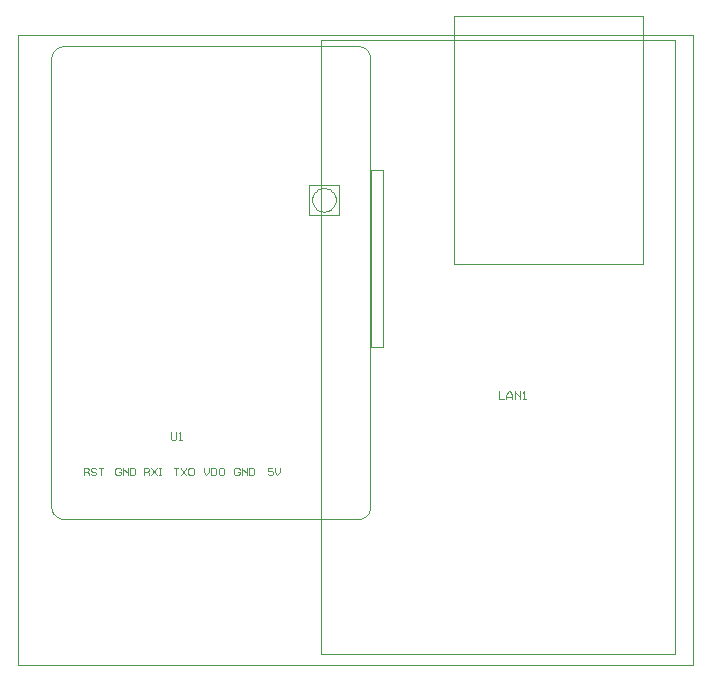
<source format=gto>
G75*
G71*
%OFA0B0*%
%FSLAX23Y23*%
%IPPOS*%
%LPD*%
%ADD10C,0.1*%
%ADD11C,0.111*%
%LPD*%D10*
X0Y0D02*
X0Y100D01*
X0Y200D01*
X0Y300D01*
X0Y400D01*
X0Y499D01*
X0Y599D01*
X0Y699D01*
X0Y799D01*
X0Y899D01*
X0Y999D01*
X0Y1099D01*
X0Y1199D01*
X0Y1299D01*
X0Y1398D01*
X0Y1498D01*
X0Y1598D01*
X0Y1698D01*
X0Y1798D01*
X0Y1898D01*
X0Y1998D01*
X0Y2098D01*
X0Y2198D01*
X0Y2297D01*
X0Y2397D01*
X0Y2497D01*
X0Y2597D01*
X0Y2697D01*
X0Y2797D01*
X0Y2897D01*
X0Y2997D01*
X0Y3097D01*
X0Y3196D01*
X0Y3296D01*
X0Y3396D01*
X0Y3496D01*
X0Y3596D01*
X0Y3696D01*
X0Y3796D01*
X0Y3896D01*
X0Y3995D01*
X0Y4095D01*
X0Y4195D01*
X0Y4295D01*
X0Y4395D01*
X0Y4495D01*
X0Y4595D01*
X0Y4695D01*
X0Y4795D01*
X0Y4894D01*
X0Y4994D01*
X0Y5094D01*
X0Y5194D01*
X0Y5294D01*
X0Y5394D01*
X0Y5494D01*
X0Y5594D01*
X0Y5694D01*
X0Y5793D01*
X0Y5893D01*
X0Y5993D01*
X0Y6093D01*
X0Y6193D01*
X0Y6293D01*
X0Y6393D01*
X0Y6493D01*
X0Y6593D01*
X0Y6692D01*
X0Y6792D01*
X0Y6892D01*
X0Y6992D01*
X0Y7092D01*
X0Y7192D01*
X0Y7292D01*
X0Y7392D01*
X0Y7492D01*
X0Y7591D01*
X0Y7691D01*
X0Y7791D01*
X0Y7891D01*
X0Y7991D01*
X0Y8091D01*
X0Y8191D01*
X0Y8291D01*
X0Y8391D01*
X0Y8490D01*
X0Y8590D01*
X0Y8690D01*
X0Y8790D01*
X0Y8890D01*
X0Y8990D01*
X0Y9090D01*
X0Y9190D01*
X0Y9290D01*
X0Y9389D01*
X0Y9489D01*
X0Y9589D01*
X0Y9689D01*
X0Y9789D01*
X0Y9889D01*
X0Y9989D01*
X0Y10089D01*
X0Y10188D01*
X0Y10288D01*
X0Y10388D01*
X0Y10488D01*
X0Y10588D01*
X0Y10688D01*
X0Y10788D01*
X0Y10888D01*
X0Y10988D01*
X0Y11087D01*
X0Y11187D01*
X0Y11287D01*
X0Y11387D01*
X0Y11487D01*
X0Y11587D01*
X0Y11687D01*
X0Y11787D01*
X0Y11887D01*
X0Y11986D01*
X0Y12086D01*
X0Y12186D01*
X0Y12286D01*
X0Y12386D01*
X0Y12486D01*
X0Y12586D01*
X0Y12686D01*
X0Y12786D01*
X0Y12885D01*
X0Y12985D01*
X0Y13085D01*
X0Y13185D01*
X0Y13285D01*
X0Y13385D01*
X0Y13485D01*
X0Y13585D01*
X0Y13685D01*
X0Y13784D01*
X0Y13884D01*
X0Y13984D01*
X0Y14084D01*
X0Y14184D01*
X0Y14284D01*
X0Y14384D01*
X0Y14484D01*
X0Y14584D01*
X0Y14683D01*
X0Y14783D01*
X0Y14883D01*
X0Y14983D01*
X0Y15083D01*
X0Y15183D01*
X0Y15283D01*
X0Y15383D01*
X0Y15483D01*
X0Y15582D01*
X0Y15682D01*
X0Y15782D01*
X0Y15882D01*
X0Y15982D01*
X0Y16082D01*
X0Y16182D01*
X0Y16282D01*
X0Y16381D01*
X0Y16481D01*
X0Y16581D01*
X0Y16681D01*
X0Y16781D01*
X0Y16881D01*
X0Y16981D01*
X0Y17081D01*
X0Y17181D01*
X0Y17280D01*
X0Y17380D01*
X0Y17480D01*
X0Y17580D01*
X0Y17680D01*
X0Y17780D01*
X0Y17880D01*
X0Y17980D01*
X0Y18080D01*
X0Y18179D01*
X0Y18279D01*
X0Y18379D01*
X0Y18479D01*
X0Y18579D01*
X0Y18679D01*
X0Y18779D01*
X0Y18879D01*
X0Y18979D01*
X0Y19078D01*
X0Y19178D01*
X0Y19278D01*
X0Y19378D01*
X0Y19478D01*
X0Y19578D01*
X0Y19678D01*
X0Y19778D01*
X0Y19878D01*
X0Y19977D01*
X0Y20077D01*
X0Y20177D01*
X0Y20277D01*
X0Y20377D01*
X0Y20477D01*
X0Y20577D01*
X0Y20677D01*
X0Y20777D01*
X0Y20876D01*
X0Y20976D01*
X0Y21076D01*
X0Y21176D01*
X0Y21276D01*
X0Y21376D01*
X0Y21476D01*
X0Y21576D01*
X0Y21676D01*
X0Y21775D01*
X0Y21875D01*
X0Y21975D01*
X0Y22075D01*
X0Y22175D01*
X0Y22275D01*
X0Y22375D01*
X0Y22475D01*
X0Y22575D01*
X0Y22674D01*
X0Y22774D01*
X0Y22874D01*
X0Y22974D01*
X0Y23074D01*
X0Y23174D01*
X0Y23274D01*
X0Y23374D01*
X0Y23473D01*
X0Y23573D01*
X0Y23673D01*
X0Y23773D01*
X0Y23873D01*
X0Y23973D01*
X0Y24073D01*
X0Y24173D01*
X0Y24273D01*
X0Y24372D01*
X0Y24472D01*
X0Y24572D01*
X0Y24672D01*
X0Y24772D01*
X0Y24872D01*
X0Y24972D01*
X0Y25072D01*
X0Y25172D01*
X0Y25271D01*
X0Y25371D01*
X0Y25471D01*
X0Y25571D01*
X0Y25671D01*
X0Y25771D01*
X0Y25871D01*
X0Y25971D01*
X0Y26071D01*
X0Y26170D01*
X0Y26270D01*
X0Y26370D01*
X0Y26470D01*
X0Y26570D01*
X0Y26670D01*
X0Y26770D01*
X0Y26870D01*
X0Y26970D01*
X0Y27069D01*
X0Y27169D01*
X0Y27269D01*
X0Y27369D01*
X0Y27469D01*
X0Y27569D01*
X0Y27669D01*
X0Y27769D01*
X0Y27869D01*
X0Y27968D01*
X0Y28068D01*
X0Y28168D01*
X0Y28268D01*
X0Y28368D01*
X0Y28468D01*
X0Y28568D01*
X0Y28668D01*
X0Y28768D01*
X0Y28867D01*
X0Y28967D01*
X0Y29067D01*
X0Y29167D01*
X0Y29267D01*
X0Y29367D01*
X0Y29467D01*
X0Y29567D01*
X0Y29667D01*
X0Y29766D01*
X0Y29866D01*
X0Y29966D01*
X0Y30066D01*
X0Y30166D01*
X0Y30266D01*
X0Y30366D01*
X0Y30466D01*
X0Y30565D01*
X0Y30665D01*
X0Y30765D01*
X0Y30865D01*
X0Y30965D01*
X0Y31065D01*
X0Y31165D01*
X0Y31265D01*
X0Y31365D01*
X0Y31464D01*
X0Y31564D01*
X0Y31664D01*
X0Y31764D01*
X0Y31864D01*
X0Y31964D01*
X0Y32064D01*
X0Y32164D01*
X0Y32264D01*
X0Y32363D01*
X0Y32463D01*
X0Y32563D01*
X0Y32663D01*
X0Y32763D01*
X0Y32863D01*
X0Y32963D01*
X0Y33063D01*
X0Y33163D01*
X0Y33262D01*
X0Y33362D01*
X0Y33462D01*
X0Y33562D01*
X0Y33662D01*
X0Y33762D01*
X0Y33862D01*
X0Y33962D01*
X0Y34062D01*
X0Y34161D01*
X0Y34261D01*
X0Y34361D01*
X0Y34461D01*
X0Y34561D01*
X0Y34661D01*
X0Y34761D01*
X0Y34861D01*
X0Y34961D01*
X0Y35060D01*
X0Y35160D01*
X0Y35260D01*
X0Y35360D01*
X0Y35460D01*
X0Y35560D01*
X0Y35660D01*
X0Y35760D01*
X0Y35860D01*
X0Y35959D01*
X0Y36059D01*
X0Y36159D01*
X0Y36259D01*
X0Y36359D01*
X0Y36459D01*
X0Y36559D01*
X0Y36659D01*
X0Y36759D01*
X0Y36858D01*
X0Y36958D01*
X0Y37058D01*
X0Y37158D01*
X0Y37258D01*
X0Y37358D01*
X0Y37458D01*
X0Y37558D01*
X0Y37658D01*
X0Y37757D01*
X0Y37857D01*
X0Y37957D01*
X0Y38057D01*
X0Y38157D01*
X0Y38257D01*
X0Y38357D01*
X0Y38457D01*
X0Y38556D01*
X0Y38656D01*
X0Y38756D01*
X0Y38856D01*
X0Y38956D01*
X0Y39056D01*
X0Y39156D01*
X0Y39256D01*
X0Y39356D01*
X0Y39455D01*
X0Y39555D01*
X0Y39655D01*
X0Y39755D01*
X0Y39855D01*
X0Y39955D01*
X0Y40055D01*
X0Y40155D01*
X0Y40255D01*
X0Y40354D01*
X0Y40454D01*
X0Y40554D01*
X0Y40654D01*
X0Y40754D01*
X0Y40854D01*
X0Y40954D01*
X0Y41054D01*
X0Y41154D01*
X0Y41253D01*
X0Y41353D01*
X0Y41453D01*
X0Y41553D01*
X0Y41653D01*
X0Y41753D01*
X0Y41853D01*
X0Y41953D01*
X0Y42053D01*
X0Y42152D01*
X0Y42252D01*
X0Y42352D01*
X0Y42452D01*
X0Y42552D01*
X0Y42652D01*
X0Y42752D01*
X0Y42852D01*
X0Y42952D01*
X0Y43051D01*
X0Y43151D01*
X0Y43251D01*
X0Y43351D01*
X0Y43451D01*
X0Y43551D01*
X0Y43651D01*
X0Y43751D01*
X0Y43851D01*
X0Y43950D01*
X0Y44050D01*
X0Y44150D01*
X0Y44250D01*
X0Y44350D01*
X0Y44450D01*
X0Y44550D01*
X0Y44650D01*
X0Y44750D01*
X0Y44849D01*
X0Y44949D01*
X0Y45049D01*
X0Y45149D01*
X0Y45249D01*
X0Y45349D01*
X0Y45449D01*
X0Y45549D01*
X0Y45649D01*
X0Y45748D01*
X0Y45848D01*
X0Y45948D01*
X0Y46048D01*
X0Y46148D01*
X0Y46248D01*
X0Y46348D01*
X0Y46448D01*
X0Y46548D01*
X0Y46647D01*
X0Y46747D01*
X0Y46847D01*
X0Y46947D01*
X0Y47047D01*
X0Y47147D01*
X0Y47247D01*
X0Y47347D01*
X0Y47447D01*
X0Y47546D01*
X0Y47646D01*
X0Y47746D01*
X0Y47846D01*
X0Y47946D01*
X0Y48046D01*
X0Y48146D01*
X0Y48246D01*
X0Y48346D01*
X0Y48445D01*
X0Y48545D01*
X0Y48645D01*
X0Y48745D01*
X0Y48845D01*
X0Y48945D01*
X0Y49045D01*
X0Y49145D01*
X0Y49244D01*
X0Y49344D01*
X0Y49444D01*
X0Y49544D01*
X0Y49644D01*
X0Y49744D01*
X0Y49844D01*
X0Y49944D01*
X0Y50044D01*
X0Y50143D01*
X0Y50243D01*
X0Y50343D01*
X0Y50443D01*
X0Y50543D01*
X0Y50643D01*
X0Y50743D01*
X0Y50843D01*
X0Y50943D01*
X0Y51043D01*
X0Y51142D01*
X0Y51242D01*
X0Y51342D01*
X0Y51442D01*
X0Y51542D01*
X0Y51642D01*
X0Y51742D01*
X0Y51842D01*
X0Y51942D01*
X0Y52041D01*
X0Y52141D01*
X0Y52241D01*
X0Y52341D01*
X0Y52441D01*
X0Y52541D01*
X0Y52641D01*
X0Y52741D01*
X0Y52841D01*
X0Y52940D01*
X0Y53040D01*
X0Y53140D01*
X0Y53240D01*
X0Y53340D01*
X100Y53340D01*
X200Y53340D01*
X300Y53340D01*
X400Y53340D01*
X500Y53340D01*
X599Y53340D01*
X699Y53340D01*
X799Y53340D01*
X899Y53340D01*
X999Y53340D01*
X1099Y53340D01*
X1199Y53340D01*
X1299Y53340D01*
X1399Y53340D01*
X1499Y53340D01*
X1599Y53340D01*
X1699Y53340D01*
X1798Y53340D01*
X1898Y53340D01*
X1998Y53340D01*
X2098Y53340D01*
X2198Y53340D01*
X2298Y53340D01*
X2398Y53340D01*
X2498Y53340D01*
X2598Y53340D01*
X2698Y53340D01*
X2798Y53340D01*
X2897Y53340D01*
X2997Y53340D01*
X3097Y53340D01*
X3197Y53340D01*
X3297Y53340D01*
X3397Y53340D01*
X3497Y53340D01*
X3597Y53340D01*
X3697Y53340D01*
X3797Y53340D01*
X3897Y53340D01*
X3996Y53340D01*
X4096Y53340D01*
X4196Y53340D01*
X4296Y53340D01*
X4396Y53340D01*
X4496Y53340D01*
X4596Y53340D01*
X4696Y53340D01*
X4796Y53340D01*
X4896Y53340D01*
X4996Y53340D01*
X5096Y53340D01*
X5195Y53340D01*
X5295Y53340D01*
X5395Y53340D01*
X5495Y53340D01*
X5595Y53340D01*
X5695Y53340D01*
X5795Y53340D01*
X5895Y53340D01*
X5995Y53340D01*
X6095Y53340D01*
X6195Y53340D01*
X6294Y53340D01*
X6394Y53340D01*
X6494Y53340D01*
X6594Y53340D01*
X6694Y53340D01*
X6794Y53340D01*
X6894Y53340D01*
X6994Y53340D01*
X7094Y53340D01*
X7194Y53340D01*
X7294Y53340D01*
X7393Y53340D01*
X7493Y53340D01*
X7593Y53340D01*
X7693Y53340D01*
X7793Y53340D01*
X7893Y53340D01*
X7993Y53340D01*
X8093Y53340D01*
X8193Y53340D01*
X8293Y53340D01*
X8393Y53340D01*
X8493Y53340D01*
X8592Y53340D01*
X8692Y53340D01*
X8792Y53340D01*
X8892Y53340D01*
X8992Y53340D01*
X9092Y53340D01*
X9192Y53340D01*
X9292Y53340D01*
X9392Y53340D01*
X9492Y53340D01*
X9592Y53340D01*
X9691Y53340D01*
X9791Y53340D01*
X9891Y53340D01*
X9991Y53340D01*
X10091Y53340D01*
X10191Y53340D01*
X10291Y53340D01*
X10391Y53340D01*
X10491Y53340D01*
X10591Y53340D01*
X10691Y53340D01*
X10791Y53340D01*
X10890Y53340D01*
X10990Y53340D01*
X11090Y53340D01*
X11190Y53340D01*
X11290Y53340D01*
X11390Y53340D01*
X11490Y53340D01*
X11590Y53340D01*
X11690Y53340D01*
X11790Y53340D01*
X11890Y53340D01*
X11989Y53340D01*
X12089Y53340D01*
X12189Y53340D01*
X12289Y53340D01*
X12389Y53340D01*
X12489Y53340D01*
X12589Y53340D01*
X12689Y53340D01*
X12789Y53340D01*
X12889Y53340D01*
X12989Y53340D01*
X13088Y53340D01*
X13188Y53340D01*
X13288Y53340D01*
X13388Y53340D01*
X13488Y53340D01*
X13588Y53340D01*
X13688Y53340D01*
X13788Y53340D01*
X13888Y53340D01*
X13988Y53340D01*
X14088Y53340D01*
X14188Y53340D01*
X14287Y53340D01*
X14387Y53340D01*
X14487Y53340D01*
X14587Y53340D01*
X14687Y53340D01*
X14787Y53340D01*
X14887Y53340D01*
X14987Y53340D01*
X15087Y53340D01*
X15187Y53340D01*
X15287Y53340D01*
X15386Y53340D01*
X15486Y53340D01*
X15586Y53340D01*
X15686Y53340D01*
X15786Y53340D01*
X15886Y53340D01*
X15986Y53340D01*
X16086Y53340D01*
X16186Y53340D01*
X16286Y53340D01*
X16386Y53340D01*
X16485Y53340D01*
X16585Y53340D01*
X16685Y53340D01*
X16785Y53340D01*
X16885Y53340D01*
X16985Y53340D01*
X17085Y53340D01*
X17185Y53340D01*
X17285Y53340D01*
X17385Y53340D01*
X17485Y53340D01*
X17585Y53340D01*
X17684Y53340D01*
X17784Y53340D01*
X17884Y53340D01*
X17984Y53340D01*
X18084Y53340D01*
X18184Y53340D01*
X18284Y53340D01*
X18384Y53340D01*
X18484Y53340D01*
X18584Y53340D01*
X18684Y53340D01*
X18783Y53340D01*
X18883Y53340D01*
X18983Y53340D01*
X19083Y53340D01*
X19183Y53340D01*
X19283Y53340D01*
X19383Y53340D01*
X19483Y53340D01*
X19583Y53340D01*
X19683Y53340D01*
X19783Y53340D01*
X19883Y53340D01*
X19982Y53340D01*
X20082Y53340D01*
X20182Y53340D01*
X20282Y53340D01*
X20382Y53340D01*
X20482Y53340D01*
X20582Y53340D01*
X20682Y53340D01*
X20782Y53340D01*
X20882Y53340D01*
X20982Y53340D01*
X21081Y53340D01*
X21181Y53340D01*
X21281Y53340D01*
X21381Y53340D01*
X21481Y53340D01*
X21581Y53340D01*
X21681Y53340D01*
X21781Y53340D01*
X21881Y53340D01*
X21981Y53340D01*
X22081Y53340D01*
X22180Y53340D01*
X22280Y53340D01*
X22380Y53340D01*
X22480Y53340D01*
X22580Y53340D01*
X22680Y53340D01*
X22780Y53340D01*
X22880Y53340D01*
X22980Y53340D01*
X23080Y53340D01*
X23180Y53340D01*
X23280Y53340D01*
X23379Y53340D01*
X23479Y53340D01*
X23579Y53340D01*
X23679Y53340D01*
X23779Y53340D01*
X23879Y53340D01*
X23979Y53340D01*
X24079Y53340D01*
X24179Y53340D01*
X24279Y53340D01*
X24379Y53340D01*
X24478Y53340D01*
X24578Y53340D01*
X24678Y53340D01*
X24778Y53340D01*
X24878Y53340D01*
X24978Y53340D01*
X25078Y53340D01*
X25178Y53340D01*
X25278Y53340D01*
X25378Y53340D01*
X25478Y53340D01*
X25578Y53340D01*
X25677Y53340D01*
X25777Y53340D01*
X25877Y53340D01*
X25977Y53340D01*
X26077Y53340D01*
X26177Y53340D01*
X26277Y53340D01*
X26377Y53340D01*
X26477Y53340D01*
X26577Y53340D01*
X26677Y53340D01*
X26776Y53340D01*
X26876Y53340D01*
X26976Y53340D01*
X27076Y53340D01*
X27176Y53340D01*
X27276Y53340D01*
X27376Y53340D01*
X27476Y53340D01*
X27576Y53340D01*
X27676Y53340D01*
X27776Y53340D01*
X27875Y53340D01*
X27975Y53340D01*
X28075Y53340D01*
X28175Y53340D01*
X28275Y53340D01*
X28375Y53340D01*
X28475Y53340D01*
X28575Y53340D01*
X28675Y53340D01*
X28775Y53340D01*
X28875Y53340D01*
X28975Y53340D01*
X29074Y53340D01*
X29174Y53340D01*
X29274Y53340D01*
X29374Y53340D01*
X29474Y53340D01*
X29574Y53340D01*
X29674Y53340D01*
X29774Y53340D01*
X29874Y53340D01*
X29974Y53340D01*
X30074Y53340D01*
X30173Y53340D01*
X30273Y53340D01*
X30373Y53340D01*
X30473Y53340D01*
X30573Y53340D01*
X30673Y53340D01*
X30773Y53340D01*
X30873Y53340D01*
X30973Y53340D01*
X31073Y53340D01*
X31173Y53340D01*
X31273Y53340D01*
X31372Y53340D01*
X31472Y53340D01*
X31572Y53340D01*
X31672Y53340D01*
X31772Y53340D01*
X31872Y53340D01*
X31972Y53340D01*
X32072Y53340D01*
X32172Y53340D01*
X32272Y53340D01*
X32372Y53340D01*
X32471Y53340D01*
X32571Y53340D01*
X32671Y53340D01*
X32771Y53340D01*
X32871Y53340D01*
X32971Y53340D01*
X33071Y53340D01*
X33171Y53340D01*
X33271Y53340D01*
X33371Y53340D01*
X33471Y53340D01*
X33571Y53340D01*
X33670Y53340D01*
X33770Y53340D01*
X33870Y53340D01*
X33970Y53340D01*
X34070Y53340D01*
X34170Y53340D01*
X34270Y53340D01*
X34370Y53340D01*
X34470Y53340D01*
X34570Y53340D01*
X34670Y53340D01*
X34769Y53340D01*
X34869Y53340D01*
X34969Y53340D01*
X35069Y53340D01*
X35169Y53340D01*
X35269Y53340D01*
X35369Y53340D01*
X35469Y53340D01*
X35569Y53340D01*
X35669Y53340D01*
X35769Y53340D01*
X35868Y53340D01*
X35968Y53340D01*
X36068Y53340D01*
X36168Y53340D01*
X36268Y53340D01*
X36368Y53340D01*
X36468Y53340D01*
X36568Y53340D01*
X36668Y53340D01*
X36768Y53340D01*
X36868Y53340D01*
X36968Y53340D01*
X37067Y53340D01*
X37167Y53340D01*
X37267Y53340D01*
X37367Y53340D01*
X37467Y53340D01*
X37567Y53340D01*
X37667Y53340D01*
X37767Y53340D01*
X37867Y53340D01*
X37967Y53340D01*
X38067Y53340D01*
X38166Y53340D01*
X38266Y53340D01*
X38366Y53340D01*
X38466Y53340D01*
X38566Y53340D01*
X38666Y53340D01*
X38766Y53340D01*
X38866Y53340D01*
X38966Y53340D01*
X39066Y53340D01*
X39166Y53340D01*
X39265Y53340D01*
X39365Y53340D01*
X39465Y53340D01*
X39565Y53340D01*
X39665Y53340D01*
X39765Y53340D01*
X39865Y53340D01*
X39965Y53340D01*
X40065Y53340D01*
X40165Y53340D01*
X40265Y53340D01*
X40365Y53340D01*
X40464Y53340D01*
X40564Y53340D01*
X40664Y53340D01*
X40764Y53340D01*
X40864Y53340D01*
X40964Y53340D01*
X41064Y53340D01*
X41164Y53340D01*
X41264Y53340D01*
X41364Y53340D01*
X41464Y53340D01*
X41563Y53340D01*
X41663Y53340D01*
X41763Y53340D01*
X41863Y53340D01*
X41963Y53340D01*
X42063Y53340D01*
X42163Y53340D01*
X42263Y53340D01*
X42363Y53340D01*
X42463Y53340D01*
X42563Y53340D01*
X42663Y53340D01*
X42762Y53340D01*
X42862Y53340D01*
X42962Y53340D01*
X43062Y53340D01*
X43162Y53340D01*
X43262Y53340D01*
X43362Y53340D01*
X43462Y53340D01*
X43562Y53340D01*
X43662Y53340D01*
X43762Y53340D01*
X43861Y53340D01*
X43961Y53340D01*
X44061Y53340D01*
X44161Y53340D01*
X44261Y53340D01*
X44361Y53340D01*
X44461Y53340D01*
X44561Y53340D01*
X44661Y53340D01*
X44761Y53340D01*
X44861Y53340D01*
X44961Y53340D01*
X45060Y53340D01*
X45160Y53340D01*
X45260Y53340D01*
X45360Y53340D01*
X45460Y53340D01*
X45560Y53340D01*
X45660Y53340D01*
X45760Y53340D01*
X45860Y53340D01*
X45960Y53340D01*
X46060Y53340D01*
X46159Y53340D01*
X46259Y53340D01*
X46359Y53340D01*
X46459Y53340D01*
X46559Y53340D01*
X46659Y53340D01*
X46759Y53340D01*
X46859Y53340D01*
X46959Y53340D01*
X47059Y53340D01*
X47159Y53340D01*
X47259Y53340D01*
X47358Y53340D01*
X47458Y53340D01*
X47558Y53340D01*
X47658Y53340D01*
X47758Y53340D01*
X47858Y53340D01*
X47958Y53340D01*
X48058Y53340D01*
X48158Y53340D01*
X48258Y53340D01*
X48358Y53340D01*
X48457Y53340D01*
X48557Y53340D01*
X48657Y53340D01*
X48757Y53340D01*
X48857Y53340D01*
X48957Y53340D01*
X49057Y53340D01*
X49157Y53340D01*
X49257Y53340D01*
X49357Y53340D01*
X49457Y53340D01*
X49557Y53340D01*
X49656Y53340D01*
X49756Y53340D01*
X49856Y53340D01*
X49956Y53340D01*
X50056Y53340D01*
X50156Y53340D01*
X50256Y53340D01*
X50356Y53340D01*
X50456Y53340D01*
X50556Y53340D01*
X50656Y53340D01*
X50755Y53340D01*
X50855Y53340D01*
X50955Y53340D01*
X51055Y53340D01*
X51155Y53340D01*
X51255Y53340D01*
X51355Y53340D01*
X51455Y53340D01*
X51555Y53340D01*
X51655Y53340D01*
X51755Y53340D01*
X51855Y53340D01*
X51954Y53340D01*
X52054Y53340D01*
X52154Y53340D01*
X52254Y53340D01*
X52354Y53340D01*
X52454Y53340D01*
X52554Y53340D01*
X52654Y53340D01*
X52754Y53340D01*
X52854Y53340D01*
X52954Y53340D01*
X53053Y53340D01*
X53153Y53340D01*
X53253Y53340D01*
X53353Y53340D01*
X53453Y53340D01*
X53553Y53340D01*
X53653Y53340D01*
X53753Y53340D01*
X53853Y53340D01*
X53953Y53340D01*
X54053Y53340D01*
X54153Y53340D01*
X54252Y53340D01*
X54352Y53340D01*
X54452Y53340D01*
X54552Y53340D01*
X54652Y53340D01*
X54752Y53340D01*
X54852Y53340D01*
X54952Y53340D01*
X55052Y53340D01*
X55152Y53340D01*
X55252Y53340D01*
X55351Y53340D01*
X55451Y53340D01*
X55551Y53340D01*
X55651Y53340D01*
X55751Y53340D01*
X55851Y53340D01*
X55951Y53340D01*
X56051Y53340D01*
X56151Y53340D01*
X56251Y53340D01*
X56351Y53340D01*
X56451Y53340D01*
X56550Y53340D01*
X56650Y53340D01*
X56750Y53340D01*
X56850Y53340D01*
X56950Y53340D01*
X57050Y53340D01*
X57150Y53340D01*
X57150Y53240D01*
X57150Y53140D01*
X57150Y53040D01*
X57150Y52940D01*
X57150Y52841D01*
X57150Y52741D01*
X57150Y52641D01*
X57150Y52541D01*
X57150Y52441D01*
X57150Y52341D01*
X57150Y52241D01*
X57150Y52141D01*
X57150Y52041D01*
X57150Y51942D01*
X57150Y51842D01*
X57150Y51742D01*
X57150Y51642D01*
X57150Y51542D01*
X57150Y51442D01*
X57150Y51342D01*
X57150Y51242D01*
X57150Y51142D01*
X57150Y51043D01*
X57150Y50943D01*
X57150Y50843D01*
X57150Y50743D01*
X57150Y50643D01*
X57150Y50543D01*
X57150Y50443D01*
X57150Y50343D01*
X57150Y50243D01*
X57150Y50144D01*
X57150Y50044D01*
X57150Y49944D01*
X57150Y49844D01*
X57150Y49744D01*
X57150Y49644D01*
X57150Y49544D01*
X57150Y49444D01*
X57150Y49345D01*
X57150Y49245D01*
X57150Y49145D01*
X57150Y49045D01*
X57150Y48945D01*
X57150Y48845D01*
X57150Y48745D01*
X57150Y48645D01*
X57150Y48545D01*
X57150Y48446D01*
X57150Y48346D01*
X57150Y48246D01*
X57150Y48146D01*
X57150Y48046D01*
X57150Y47946D01*
X57150Y47846D01*
X57150Y47746D01*
X57150Y47646D01*
X57150Y47547D01*
X57150Y47447D01*
X57150Y47347D01*
X57150Y47247D01*
X57150Y47147D01*
X57150Y47047D01*
X57150Y46947D01*
X57150Y46847D01*
X57150Y46747D01*
X57150Y46648D01*
X57150Y46548D01*
X57150Y46448D01*
X57150Y46348D01*
X57150Y46248D01*
X57150Y46148D01*
X57150Y46048D01*
X57150Y45948D01*
X57150Y45848D01*
X57150Y45749D01*
X57150Y45649D01*
X57150Y45549D01*
X57150Y45449D01*
X57150Y45349D01*
X57150Y45249D01*
X57150Y45149D01*
X57150Y45049D01*
X57150Y44949D01*
X57150Y44850D01*
X57150Y44750D01*
X57150Y44650D01*
X57150Y44550D01*
X57150Y44450D01*
X57150Y44350D01*
X57150Y44250D01*
X57150Y44150D01*
X57150Y44050D01*
X57150Y43951D01*
X57150Y43851D01*
X57150Y43751D01*
X57150Y43651D01*
X57150Y43551D01*
X57150Y43451D01*
X57150Y43351D01*
X57150Y43251D01*
X57150Y43152D01*
X57150Y43052D01*
X57150Y42952D01*
X57150Y42852D01*
X57150Y42752D01*
X57150Y42652D01*
X57150Y42552D01*
X57150Y42452D01*
X57150Y42352D01*
X57150Y42253D01*
X57150Y42153D01*
X57150Y42053D01*
X57150Y41953D01*
X57150Y41853D01*
X57150Y41753D01*
X57150Y41653D01*
X57150Y41553D01*
X57150Y41453D01*
X57150Y41354D01*
X57150Y41254D01*
X57150Y41154D01*
X57150Y41054D01*
X57150Y40954D01*
X57150Y40854D01*
X57150Y40754D01*
X57150Y40654D01*
X57150Y40554D01*
X57150Y40455D01*
X57150Y40355D01*
X57150Y40255D01*
X57150Y40155D01*
X57150Y40055D01*
X57150Y39955D01*
X57150Y39855D01*
X57150Y39755D01*
X57150Y39655D01*
X57150Y39556D01*
X57150Y39456D01*
X57150Y39356D01*
X57150Y39256D01*
X57150Y39156D01*
X57150Y39056D01*
X57150Y38956D01*
X57150Y38856D01*
X57150Y38756D01*
X57150Y38657D01*
X57150Y38557D01*
X57150Y38457D01*
X57150Y38357D01*
X57150Y38257D01*
X57150Y38157D01*
X57150Y38057D01*
X57150Y37957D01*
X57150Y37857D01*
X57150Y37758D01*
X57150Y37658D01*
X57150Y37558D01*
X57150Y37458D01*
X57150Y37358D01*
X57150Y37258D01*
X57150Y37158D01*
X57150Y37058D01*
X57150Y36959D01*
X57150Y36859D01*
X57150Y36759D01*
X57150Y36659D01*
X57150Y36559D01*
X57150Y36459D01*
X57150Y36359D01*
X57150Y36259D01*
X57150Y36159D01*
X57150Y36060D01*
X57150Y35960D01*
X57150Y35860D01*
X57150Y35760D01*
X57150Y35660D01*
X57150Y35560D01*
X57150Y35460D01*
X57150Y35360D01*
X57150Y35260D01*
X57150Y35161D01*
X57150Y35061D01*
X57150Y34961D01*
X57150Y34861D01*
X57150Y34761D01*
X57150Y34661D01*
X57150Y34561D01*
X57150Y34461D01*
X57150Y34361D01*
X57150Y34262D01*
X57150Y34162D01*
X57150Y34062D01*
X57150Y33962D01*
X57150Y33862D01*
X57150Y33762D01*
X57150Y33662D01*
X57150Y33562D01*
X57150Y33462D01*
X57150Y33363D01*
X57150Y33263D01*
X57150Y33163D01*
X57150Y33063D01*
X57150Y32963D01*
X57150Y32863D01*
X57150Y32763D01*
X57150Y32663D01*
X57150Y32563D01*
X57150Y32464D01*
X57150Y32364D01*
X57150Y32264D01*
X57150Y32164D01*
X57150Y32064D01*
X57150Y31964D01*
X57150Y31864D01*
X57150Y31764D01*
X57150Y31664D01*
X57150Y31565D01*
X57150Y31465D01*
X57150Y31365D01*
X57150Y31265D01*
X57150Y31165D01*
X57150Y31065D01*
X57150Y30965D01*
X57150Y30865D01*
X57150Y30765D01*
X57150Y30666D01*
X57150Y30566D01*
X57150Y30466D01*
X57150Y30366D01*
X57150Y30266D01*
X57150Y30166D01*
X57150Y30066D01*
X57150Y29966D01*
X57150Y29867D01*
X57150Y29767D01*
X57150Y29667D01*
X57150Y29567D01*
X57150Y29467D01*
X57150Y29367D01*
X57150Y29267D01*
X57150Y29167D01*
X57150Y29067D01*
X57150Y28968D01*
X57150Y28868D01*
X57150Y28768D01*
X57150Y28668D01*
X57150Y28568D01*
X57150Y28468D01*
X57150Y28368D01*
X57150Y28268D01*
X57150Y28168D01*
X57150Y28069D01*
X57150Y27969D01*
X57150Y27869D01*
X57150Y27769D01*
X57150Y27669D01*
X57150Y27569D01*
X57150Y27469D01*
X57150Y27369D01*
X57150Y27269D01*
X57150Y27170D01*
X57150Y27070D01*
X57150Y26970D01*
X57150Y26870D01*
X57150Y26770D01*
X57150Y26670D01*
X57150Y26570D01*
X57150Y26470D01*
X57150Y26370D01*
X57150Y26271D01*
X57150Y26171D01*
X57150Y26071D01*
X57150Y25971D01*
X57150Y25871D01*
X57150Y25771D01*
X57150Y25671D01*
X57150Y25571D01*
X57150Y25471D01*
X57150Y25372D01*
X57150Y25272D01*
X57150Y25172D01*
X57150Y25072D01*
X57150Y24972D01*
X57150Y24872D01*
X57150Y24772D01*
X57150Y24672D01*
X57150Y24572D01*
X57150Y24473D01*
X57150Y24373D01*
X57150Y24273D01*
X57150Y24173D01*
X57150Y24073D01*
X57150Y23973D01*
X57150Y23873D01*
X57150Y23773D01*
X57150Y23673D01*
X57150Y23574D01*
X57150Y23474D01*
X57150Y23374D01*
X57150Y23274D01*
X57150Y23174D01*
X57150Y23074D01*
X57150Y22974D01*
X57150Y22874D01*
X57150Y22775D01*
X57150Y22675D01*
X57150Y22575D01*
X57150Y22475D01*
X57150Y22375D01*
X57150Y22275D01*
X57150Y22175D01*
X57150Y22075D01*
X57150Y21975D01*
X57150Y21876D01*
X57150Y21776D01*
X57150Y21676D01*
X57150Y21576D01*
X57150Y21476D01*
X57150Y21376D01*
X57150Y21276D01*
X57150Y21176D01*
X57150Y21076D01*
X57150Y20977D01*
X57150Y20877D01*
X57150Y20777D01*
X57150Y20677D01*
X57150Y20577D01*
X57150Y20477D01*
X57150Y20377D01*
X57150Y20277D01*
X57150Y20177D01*
X57150Y20078D01*
X57150Y19978D01*
X57150Y19878D01*
X57150Y19778D01*
X57150Y19678D01*
X57150Y19578D01*
X57150Y19478D01*
X57150Y19378D01*
X57150Y19278D01*
X57150Y19179D01*
X57150Y19079D01*
X57150Y18979D01*
X57150Y18879D01*
X57150Y18779D01*
X57150Y18679D01*
X57150Y18579D01*
X57150Y18479D01*
X57150Y18379D01*
X57150Y18280D01*
X57150Y18180D01*
X57150Y18080D01*
X57150Y17980D01*
X57150Y17880D01*
X57150Y17780D01*
X57150Y17680D01*
X57150Y17580D01*
X57150Y17480D01*
X57150Y17381D01*
X57150Y17281D01*
X57150Y17181D01*
X57150Y17081D01*
X57150Y16981D01*
X57150Y16881D01*
X57150Y16781D01*
X57150Y16681D01*
X57150Y16581D01*
X57150Y16482D01*
X57150Y16382D01*
X57150Y16282D01*
X57150Y16182D01*
X57150Y16082D01*
X57150Y15982D01*
X57150Y15882D01*
X57150Y15782D01*
X57150Y15682D01*
X57150Y15583D01*
X57150Y15483D01*
X57150Y15383D01*
X57150Y15283D01*
X57150Y15183D01*
X57150Y15083D01*
X57150Y14983D01*
X57150Y14883D01*
X57150Y14784D01*
X57150Y14684D01*
X57150Y14584D01*
X57150Y14484D01*
X57150Y14384D01*
X57150Y14284D01*
X57150Y14184D01*
X57150Y14084D01*
X57150Y13984D01*
X57150Y13885D01*
X57150Y13785D01*
X57150Y13685D01*
X57150Y13585D01*
X57150Y13485D01*
X57150Y13385D01*
X57150Y13285D01*
X57150Y13185D01*
X57150Y13085D01*
X57150Y12986D01*
X57150Y12886D01*
X57150Y12786D01*
X57150Y12686D01*
X57150Y12586D01*
X57150Y12486D01*
X57150Y12386D01*
X57150Y12286D01*
X57150Y12186D01*
X57150Y12087D01*
X57150Y11987D01*
X57150Y11887D01*
X57150Y11787D01*
X57150Y11687D01*
X57150Y11587D01*
X57150Y11487D01*
X57150Y11387D01*
X57150Y11287D01*
X57150Y11188D01*
X57150Y11088D01*
X57150Y10988D01*
X57150Y10888D01*
X57150Y10788D01*
X57150Y10688D01*
X57150Y10588D01*
X57150Y10488D01*
X57150Y10388D01*
X57150Y10289D01*
X57150Y10189D01*
X57150Y10089D01*
X57150Y9989D01*
X57150Y9889D01*
X57150Y9789D01*
X57150Y9689D01*
X57150Y9589D01*
X57150Y9489D01*
X57150Y9390D01*
X57150Y9290D01*
X57150Y9190D01*
X57150Y9090D01*
X57150Y8990D01*
X57150Y8890D01*
X57150Y8790D01*
X57150Y8690D01*
X57150Y8590D01*
X57150Y8491D01*
X57150Y8391D01*
X57150Y8291D01*
X57150Y8191D01*
X57150Y8091D01*
X57150Y7991D01*
X57150Y7891D01*
X57150Y7791D01*
X57150Y7691D01*
X57150Y7592D01*
X57150Y7492D01*
X57150Y7392D01*
X57150Y7292D01*
X57150Y7192D01*
X57150Y7092D01*
X57150Y6992D01*
X57150Y6892D01*
X57150Y6792D01*
X57150Y6693D01*
X57150Y6593D01*
X57150Y6493D01*
X57150Y6393D01*
X57150Y6293D01*
X57150Y6193D01*
X57150Y6093D01*
X57150Y5993D01*
X57150Y5893D01*
X57150Y5794D01*
X57150Y5694D01*
X57150Y5594D01*
X57150Y5494D01*
X57150Y5394D01*
X57150Y5294D01*
X57150Y5194D01*
X57150Y5094D01*
X57150Y4994D01*
X57150Y4895D01*
X57150Y4795D01*
X57150Y4695D01*
X57150Y4595D01*
X57150Y4495D01*
X57150Y4395D01*
X57150Y4295D01*
X57150Y4195D01*
X57150Y4096D01*
X57150Y3996D01*
X57150Y3896D01*
X57150Y3796D01*
X57150Y3696D01*
X57150Y3596D01*
X57150Y3496D01*
X57150Y3396D01*
X57150Y3296D01*
X57150Y3197D01*
X57150Y3097D01*
X57150Y2997D01*
X57150Y2897D01*
X57150Y2797D01*
X57150Y2697D01*
X57150Y2597D01*
X57150Y2497D01*
X57150Y2397D01*
X57150Y2297D01*
X57150Y2198D01*
X57150Y2098D01*
X57150Y1998D01*
X57150Y1898D01*
X57150Y1798D01*
X57150Y1698D01*
X57150Y1598D01*
X57150Y1498D01*
X57150Y1398D01*
X57150Y1299D01*
X57150Y1199D01*
X57150Y1099D01*
X57150Y999D01*
X57150Y899D01*
X57150Y799D01*
X57150Y699D01*
X57150Y599D01*
X57150Y499D01*
X57150Y400D01*
X57150Y300D01*
X57150Y200D01*
X57150Y100D01*
X57150Y0D01*
X57050Y0D01*
X56950Y0D01*
X56850Y0D01*
X56750Y0D01*
X56650Y0D01*
X56551Y0D01*
X56451Y0D01*
X56351Y0D01*
X56251Y0D01*
X56151Y0D01*
X56051Y0D01*
X55951Y0D01*
X55851Y0D01*
X55751Y0D01*
X55651Y0D01*
X55551Y0D01*
X55451Y0D01*
X55352Y0D01*
X55252Y0D01*
X55152Y0D01*
X55052Y0D01*
X54952Y0D01*
X54852Y0D01*
X54752Y0D01*
X54652Y0D01*
X54552Y0D01*
X54452Y0D01*
X54352Y0D01*
X54253Y0D01*
X54153Y0D01*
X54053Y0D01*
X53953Y0D01*
X53853Y0D01*
X53753Y0D01*
X53653Y0D01*
X53553Y0D01*
X53453Y0D01*
X53353Y0D01*
X53253Y0D01*
X53154Y0D01*
X53054Y0D01*
X52954Y0D01*
X52854Y0D01*
X52754Y0D01*
X52654Y0D01*
X52554Y0D01*
X52454Y0D01*
X52354Y0D01*
X52254Y0D01*
X52154Y0D01*
X52054Y0D01*
X51955Y0D01*
X51855Y0D01*
X51755Y0D01*
X51655Y0D01*
X51555Y0D01*
X51455Y0D01*
X51355Y0D01*
X51255Y0D01*
X51155Y0D01*
X51055Y0D01*
X50955Y0D01*
X50856Y0D01*
X50756Y0D01*
X50656Y0D01*
X50556Y0D01*
X50456Y0D01*
X50356Y0D01*
X50256Y0D01*
X50156Y0D01*
X50056Y0D01*
X49956Y0D01*
X49856Y0D01*
X49757Y0D01*
X49657Y0D01*
X49557Y0D01*
X49457Y0D01*
X49357Y0D01*
X49257Y0D01*
X49157Y0D01*
X49057Y0D01*
X48957Y0D01*
X48857Y0D01*
X48757Y0D01*
X48657Y0D01*
X48558Y0D01*
X48458Y0D01*
X48358Y0D01*
X48258Y0D01*
X48158Y0D01*
X48058Y0D01*
X47958Y0D01*
X47858Y0D01*
X47758Y0D01*
X47658Y0D01*
X47558Y0D01*
X47459Y0D01*
X47359Y0D01*
X47259Y0D01*
X47159Y0D01*
X47059Y0D01*
X46959Y0D01*
X46859Y0D01*
X46759Y0D01*
X46659Y0D01*
X46559Y0D01*
X46459Y0D01*
X46359Y0D01*
X46260Y0D01*
X46160Y0D01*
X46060Y0D01*
X45960Y0D01*
X45860Y0D01*
X45760Y0D01*
X45660Y0D01*
X45560Y0D01*
X45460Y0D01*
X45360Y0D01*
X45260Y0D01*
X45161Y0D01*
X45061Y0D01*
X44961Y0D01*
X44861Y0D01*
X44761Y0D01*
X44661Y0D01*
X44561Y0D01*
X44461Y0D01*
X44361Y0D01*
X44261Y0D01*
X44161Y0D01*
X44062Y0D01*
X43962Y0D01*
X43862Y0D01*
X43762Y0D01*
X43662Y0D01*
X43562Y0D01*
X43462Y0D01*
X43362Y0D01*
X43262Y0D01*
X43162Y0D01*
X43062Y0D01*
X42962Y0D01*
X42863Y0D01*
X42763Y0D01*
X42663Y0D01*
X42563Y0D01*
X42463Y0D01*
X42363Y0D01*
X42263Y0D01*
X42163Y0D01*
X42063Y0D01*
X41963Y0D01*
X41863Y0D01*
X41764Y0D01*
X41664Y0D01*
X41564Y0D01*
X41464Y0D01*
X41364Y0D01*
X41264Y0D01*
X41164Y0D01*
X41064Y0D01*
X40964Y0D01*
X40864Y0D01*
X40764Y0D01*
X40665Y0D01*
X40565Y0D01*
X40465Y0D01*
X40365Y0D01*
X40265Y0D01*
X40165Y0D01*
X40065Y0D01*
X39965Y0D01*
X39865Y0D01*
X39765Y0D01*
X39665Y0D01*
X39565Y0D01*
X39466Y0D01*
X39366Y0D01*
X39266Y0D01*
X39166Y0D01*
X39066Y0D01*
X38966Y0D01*
X38866Y0D01*
X38766Y0D01*
X38666Y0D01*
X38566Y0D01*
X38466Y0D01*
X38367Y0D01*
X38267Y0D01*
X38167Y0D01*
X38067Y0D01*
X37967Y0D01*
X37867Y0D01*
X37767Y0D01*
X37667Y0D01*
X37567Y0D01*
X37467Y0D01*
X37367Y0D01*
X37267Y0D01*
X37168Y0D01*
X37068Y0D01*
X36968Y0D01*
X36868Y0D01*
X36768Y0D01*
X36668Y0D01*
X36568Y0D01*
X36468Y0D01*
X36368Y0D01*
X36268Y0D01*
X36168Y0D01*
X36069Y0D01*
X35969Y0D01*
X35869Y0D01*
X35769Y0D01*
X35669Y0D01*
X35569Y0D01*
X35469Y0D01*
X35369Y0D01*
X35269Y0D01*
X35169Y0D01*
X35069Y0D01*
X34970Y0D01*
X34870Y0D01*
X34770Y0D01*
X34670Y0D01*
X34570Y0D01*
X34470Y0D01*
X34370Y0D01*
X34270Y0D01*
X34170Y0D01*
X34070Y0D01*
X33970Y0D01*
X33870Y0D01*
X33771Y0D01*
X33671Y0D01*
X33571Y0D01*
X33471Y0D01*
X33371Y0D01*
X33271Y0D01*
X33171Y0D01*
X33071Y0D01*
X32971Y0D01*
X32871Y0D01*
X32771Y0D01*
X32672Y0D01*
X32572Y0D01*
X32472Y0D01*
X32372Y0D01*
X32272Y0D01*
X32172Y0D01*
X32072Y0D01*
X31972Y0D01*
X31872Y0D01*
X31772Y0D01*
X31672Y0D01*
X31572Y0D01*
X31473Y0D01*
X31373Y0D01*
X31273Y0D01*
X31173Y0D01*
X31073Y0D01*
X30973Y0D01*
X30873Y0D01*
X30773Y0D01*
X30673Y0D01*
X30573Y0D01*
X30473Y0D01*
X30374Y0D01*
X30274Y0D01*
X30174Y0D01*
X30074Y0D01*
X29974Y0D01*
X29874Y0D01*
X29774Y0D01*
X29674Y0D01*
X29574Y0D01*
X29474Y0D01*
X29374Y0D01*
X29275Y0D01*
X29175Y0D01*
X29075Y0D01*
X28975Y0D01*
X28875Y0D01*
X28775Y0D01*
X28675Y0D01*
X28575Y0D01*
X28475Y0D01*
X28375Y0D01*
X28275Y0D01*
X28175Y0D01*
X28076Y0D01*
X27976Y0D01*
X27876Y0D01*
X27776Y0D01*
X27676Y0D01*
X27576Y0D01*
X27476Y0D01*
X27376Y0D01*
X27276Y0D01*
X27176Y0D01*
X27076Y0D01*
X26977Y0D01*
X26877Y0D01*
X26777Y0D01*
X26677Y0D01*
X26577Y0D01*
X26477Y0D01*
X26377Y0D01*
X26277Y0D01*
X26177Y0D01*
X26077Y0D01*
X25977Y0D01*
X25877Y0D01*
X25778Y0D01*
X25678Y0D01*
X25578Y0D01*
X25478Y0D01*
X25378Y0D01*
X25278Y0D01*
X25178Y0D01*
X25078Y0D01*
X24978Y0D01*
X24878Y0D01*
X24778Y0D01*
X24679Y0D01*
X24579Y0D01*
X24479Y0D01*
X24379Y0D01*
X24279Y0D01*
X24179Y0D01*
X24079Y0D01*
X23979Y0D01*
X23879Y0D01*
X23779Y0D01*
X23679Y0D01*
X23579Y0D01*
X23480Y0D01*
X23380Y0D01*
X23280Y0D01*
X23180Y0D01*
X23080Y0D01*
X22980Y0D01*
X22880Y0D01*
X22780Y0D01*
X22680Y0D01*
X22580Y0D01*
X22480Y0D01*
X22381Y0D01*
X22281Y0D01*
X22181Y0D01*
X22081Y0D01*
X21981Y0D01*
X21881Y0D01*
X21781Y0D01*
X21681Y0D01*
X21581Y0D01*
X21481Y0D01*
X21381Y0D01*
X21282Y0D01*
X21182Y0D01*
X21082Y0D01*
X20982Y0D01*
X20882Y0D01*
X20782Y0D01*
X20682Y0D01*
X20582Y0D01*
X20482Y0D01*
X20382Y0D01*
X20282Y0D01*
X20182Y0D01*
X20083Y0D01*
X19983Y0D01*
X19883Y0D01*
X19783Y0D01*
X19683Y0D01*
X19583Y0D01*
X19483Y0D01*
X19383Y0D01*
X19283Y0D01*
X19183Y0D01*
X19083Y0D01*
X18984Y0D01*
X18884Y0D01*
X18784Y0D01*
X18684Y0D01*
X18584Y0D01*
X18484Y0D01*
X18384Y0D01*
X18284Y0D01*
X18184Y0D01*
X18084Y0D01*
X17984Y0D01*
X17885Y0D01*
X17785Y0D01*
X17685Y0D01*
X17585Y0D01*
X17485Y0D01*
X17385Y0D01*
X17285Y0D01*
X17185Y0D01*
X17085Y0D01*
X16985Y0D01*
X16885Y0D01*
X16785Y0D01*
X16686Y0D01*
X16586Y0D01*
X16486Y0D01*
X16386Y0D01*
X16286Y0D01*
X16186Y0D01*
X16086Y0D01*
X15986Y0D01*
X15886Y0D01*
X15786Y0D01*
X15686Y0D01*
X15587Y0D01*
X15487Y0D01*
X15387Y0D01*
X15287Y0D01*
X15187Y0D01*
X15087Y0D01*
X14987Y0D01*
X14887Y0D01*
X14787Y0D01*
X14687Y0D01*
X14587Y0D01*
X14487Y0D01*
X14388Y0D01*
X14288Y0D01*
X14188Y0D01*
X14088Y0D01*
X13988Y0D01*
X13888Y0D01*
X13788Y0D01*
X13688Y0D01*
X13588Y0D01*
X13488Y0D01*
X13388Y0D01*
X13289Y0D01*
X13189Y0D01*
X13089Y0D01*
X12989Y0D01*
X12889Y0D01*
X12789Y0D01*
X12689Y0D01*
X12589Y0D01*
X12489Y0D01*
X12389Y0D01*
X12289Y0D01*
X12189Y0D01*
X12090Y0D01*
X11990Y0D01*
X11890Y0D01*
X11790Y0D01*
X11690Y0D01*
X11590Y0D01*
X11490Y0D01*
X11390Y0D01*
X11290Y0D01*
X11190Y0D01*
X11090Y0D01*
X10991Y0D01*
X10891Y0D01*
X10791Y0D01*
X10691Y0D01*
X10591Y0D01*
X10491Y0D01*
X10391Y0D01*
X10291Y0D01*
X10191Y0D01*
X10091Y0D01*
X9991Y0D01*
X9891Y0D01*
X9792Y0D01*
X9692Y0D01*
X9592Y0D01*
X9492Y0D01*
X9392Y0D01*
X9292Y0D01*
X9192Y0D01*
X9092Y0D01*
X8992Y0D01*
X8892Y0D01*
X8792Y0D01*
X8693Y0D01*
X8593Y0D01*
X8493Y0D01*
X8393Y0D01*
X8293Y0D01*
X8193Y0D01*
X8093Y0D01*
X7993Y0D01*
X7893Y0D01*
X7793Y0D01*
X7693Y0D01*
X7593Y0D01*
X7494Y0D01*
X7394Y0D01*
X7294Y0D01*
X7194Y0D01*
X7094Y0D01*
X6994Y0D01*
X6894Y0D01*
X6794Y0D01*
X6694Y0D01*
X6594Y0D01*
X6494Y0D01*
X6395Y0D01*
X6295Y0D01*
X6195Y0D01*
X6095Y0D01*
X5995Y0D01*
X5895Y0D01*
X5795Y0D01*
X5695Y0D01*
X5595Y0D01*
X5495Y0D01*
X5395Y0D01*
X5295Y0D01*
X5196Y0D01*
X5096Y0D01*
X4996Y0D01*
X4896Y0D01*
X4796Y0D01*
X4696Y0D01*
X4596Y0D01*
X4496Y0D01*
X4396Y0D01*
X4296Y0D01*
X4196Y0D01*
X4097Y0D01*
X3997Y0D01*
X3897Y0D01*
X3797Y0D01*
X3697Y0D01*
X3597Y0D01*
X3497Y0D01*
X3397Y0D01*
X3297Y0D01*
X3197Y0D01*
X3097Y0D01*
X2997Y0D01*
X2898Y0D01*
X2798Y0D01*
X2698Y0D01*
X2598Y0D01*
X2498Y0D01*
X2398Y0D01*
X2298Y0D01*
X2198Y0D01*
X2098Y0D01*
X1998Y0D01*
X1898Y0D01*
X1799Y0D01*
X1699Y0D01*
X1599Y0D01*
X1499Y0D01*
X1399Y0D01*
X1299Y0D01*
X1199Y0D01*
X1099Y0D01*
X999Y0D01*
X899Y0D01*
X799Y0D01*
X699Y0D01*
X600Y0D01*
X500Y0D01*
X400Y0D01*
X300Y0D01*
X200Y0D01*
X100Y0D01*
X0Y0D01*
X0Y0D01*
D11*
X12985Y19728D02*
X12985Y19145D01*
X13069Y19062D01*
X13346Y19062D01*
X13430Y19145D01*
X13430Y19728D01*
D11*
X13791Y19062D02*
X13791Y19728D01*
X13735Y19728D01*
X13652Y19617D01*
D11*
X13652Y19062D02*
X13902Y19062D01*
D10*
X3864Y52395D02*
X28864Y52395D01*
X28962Y52390D01*
X29059Y52376D01*
X29154Y52352D01*
X29247Y52319D01*
X29336Y52277D01*
X29420Y52227D01*
X29499Y52168D01*
X29571Y52102D01*
X29637Y52029D01*
X29696Y51951D01*
X29746Y51867D01*
X29788Y51778D01*
X29821Y51685D01*
X29845Y51590D01*
X29859Y51493D01*
X29864Y51395D01*
X29864Y13395D01*
X29859Y13297D01*
X29845Y13200D01*
X29821Y13105D01*
X29788Y13012D01*
X29746Y12924D01*
X29696Y12839D01*
X29637Y12761D01*
X29571Y12688D01*
X29499Y12622D01*
X29420Y12564D01*
X29336Y12513D01*
X29247Y12471D01*
X29154Y12438D01*
X29059Y12414D01*
X28962Y12400D01*
X28864Y12395D01*
X3864Y12395D01*
X3766Y12400D01*
X3669Y12414D01*
X3574Y12438D01*
X3481Y12471D01*
X3393Y12513D01*
X3308Y12564D01*
X3230Y12622D01*
X3157Y12688D01*
X3091Y12761D01*
X3033Y12839D01*
X2982Y12924D01*
X2940Y13012D01*
X2907Y13105D01*
X2883Y13200D01*
X2869Y13297D01*
X2864Y13395D01*
X2864Y51395D01*
X2869Y51493D01*
X2883Y51590D01*
X2907Y51685D01*
X2940Y51778D01*
X2982Y51867D01*
X3033Y51951D01*
X3091Y52029D01*
X3157Y52102D01*
X3230Y52168D01*
X3308Y52227D01*
X3393Y52277D01*
X3481Y52319D01*
X3574Y52352D01*
X3669Y52376D01*
X3766Y52390D01*
X3864Y52395D01*
X3864Y52395D01*
D10*
X24951Y39395D02*
X24955Y39297D01*
X24969Y39200D01*
X24992Y39105D01*
X25025Y39012D01*
X25067Y38924D01*
X25118Y38840D01*
X25176Y38761D01*
X25242Y38689D01*
X25315Y38623D01*
X25394Y38565D01*
X25478Y38514D01*
X25567Y38472D01*
X25659Y38439D01*
X25754Y38414D01*
X25851Y38400D01*
X25949Y38395D01*
X26047Y38399D01*
X26144Y38414D01*
X26239Y38438D01*
X26331Y38472D01*
X26420Y38514D01*
X26504Y38564D01*
X26583Y38623D01*
X26656Y38688D01*
X26722Y38761D01*
X26780Y38840D01*
X26830Y38924D01*
X26872Y39013D01*
X26906Y39105D01*
X26929Y39200D01*
X26944Y39297D01*
X26949Y39395D01*
X26944Y39493D01*
X26930Y39590D01*
X26907Y39685D01*
X26874Y39778D01*
X26832Y39867D01*
X26781Y39951D01*
X26723Y40029D01*
X26657Y40102D01*
X26584Y40167D01*
X26505Y40226D01*
X26421Y40276D01*
X26332Y40318D01*
X26240Y40351D01*
X26145Y40376D01*
X26048Y40390D01*
X25950Y40396D01*
X25852Y40391D01*
X25755Y40376D01*
X25660Y40352D01*
X25568Y40319D01*
X25479Y40276D01*
X25395Y40226D01*
X25316Y40168D01*
X25243Y40102D01*
X25178Y40029D01*
X25119Y39950D01*
X25069Y39866D01*
X25027Y39778D01*
X24994Y39685D01*
X24970Y39590D01*
X24955Y39493D01*
X24951Y39395D01*
X24951Y39395D01*
D10*
X24700Y40645D02*
X27200Y40645D01*
X27200Y38145D01*
X24700Y38145D01*
X24700Y40645D01*
D10*
X5619Y16095D02*
X5619Y16695D01*
X5919Y16695D01*
X6019Y16595D01*
X6019Y16495D01*
X5919Y16395D01*
X5619Y16395D01*
D10*
X5919Y16395D02*
X6019Y16295D01*
X6019Y16095D01*
D10*
X6219Y16195D02*
X6319Y16095D01*
X6569Y16095D01*
X6669Y16195D01*
X6669Y16295D01*
X6569Y16395D01*
X6319Y16395D01*
X6219Y16495D01*
X6219Y16595D01*
X6319Y16695D01*
X6569Y16695D01*
X6669Y16595D01*
D10*
X7069Y16095D02*
X7069Y16695D01*
D10*
X6869Y16695D02*
X7269Y16695D01*
D10*
X8564Y16345D02*
X8739Y16345D01*
X8739Y16195D01*
X8639Y16095D01*
X8389Y16095D01*
X8289Y16195D01*
X8289Y16595D01*
X8389Y16695D01*
X8639Y16695D01*
X8739Y16595D01*
X8739Y16545D01*
D10*
X8939Y16095D02*
X8939Y16695D01*
D10*
X8939Y16645D02*
X9339Y16270D01*
D10*
X9339Y16095D02*
X9339Y16695D01*
D10*
X9539Y16095D02*
X9539Y16695D01*
X9889Y16695D01*
X9989Y16595D01*
X9989Y16195D01*
X9889Y16095D01*
X9539Y16095D01*
D10*
X15793Y16672D02*
X15793Y16322D01*
X15993Y16072D01*
X16193Y16322D01*
X16193Y16672D01*
D10*
X16393Y16072D02*
X16393Y16672D01*
X16743Y16672D01*
X16843Y16572D01*
X16843Y16172D01*
X16743Y16072D01*
X16393Y16072D01*
D10*
X17143Y16072D02*
X17043Y16172D01*
X17043Y16572D01*
X17143Y16672D01*
X17393Y16672D01*
X17493Y16572D01*
X17493Y16172D01*
X17393Y16072D01*
X17143Y16072D01*
D10*
X13419Y16072D02*
X13419Y16672D01*
D10*
X13219Y16672D02*
X13619Y16672D01*
D10*
X13819Y16072D02*
X13819Y16097D01*
X14269Y16647D01*
X14269Y16672D01*
D10*
X13819Y16672D02*
X13819Y16647D01*
X14269Y16097D01*
X14269Y16072D01*
D10*
X14569Y16072D02*
X14469Y16172D01*
X14469Y16572D01*
X14569Y16672D01*
X14819Y16672D01*
X14919Y16572D01*
X14919Y16172D01*
X14819Y16072D01*
X14569Y16072D01*
D10*
X10744Y16095D02*
X10744Y16695D01*
X11044Y16695D01*
X11144Y16595D01*
X11144Y16495D01*
X11044Y16395D01*
X10744Y16395D01*
D10*
X11044Y16395D02*
X11144Y16295D01*
X11144Y16095D01*
D10*
X11344Y16095D02*
X11344Y16120D01*
X11794Y16670D01*
X11794Y16695D01*
D10*
X11344Y16695D02*
X11344Y16670D01*
X11794Y16120D01*
X11794Y16095D01*
D10*
X12069Y16095D02*
X12069Y16695D01*
D10*
X11994Y16095D02*
X12144Y16095D01*
D10*
X11994Y16695D02*
X12144Y16695D01*
D10*
X18628Y16322D02*
X18803Y16322D01*
X18803Y16172D01*
X18703Y16072D01*
X18453Y16072D01*
X18353Y16172D01*
X18353Y16572D01*
X18453Y16672D01*
X18703Y16672D01*
X18803Y16572D01*
X18803Y16522D01*
D10*
X19003Y16072D02*
X19003Y16672D01*
D10*
X19003Y16622D02*
X19403Y16247D01*
D10*
X19403Y16072D02*
X19403Y16672D01*
D10*
X19603Y16072D02*
X19603Y16672D01*
X19953Y16672D01*
X20053Y16572D01*
X20053Y16172D01*
X19953Y16072D01*
X19603Y16072D01*
D10*
X21244Y16195D02*
X21244Y16170D01*
X21319Y16095D01*
X21519Y16095D01*
X21594Y16170D01*
X21594Y16345D01*
X21519Y16420D01*
X21244Y16420D01*
X21244Y16695D01*
X21544Y16695D01*
D10*
X21794Y16695D02*
X21794Y16345D01*
X21994Y16095D01*
X22194Y16345D01*
X22194Y16695D01*
D10*
X29944Y41895D02*
X30944Y41895D01*
X30944Y26895D01*
X29944Y26895D01*
X29944Y41895D01*
D11*
X41173Y22527D02*
X40784Y22527D01*
X40784Y23193D01*
D11*
X41395Y22527D02*
X41395Y22860D01*
X41617Y23193D01*
X41673Y23193D01*
X41895Y22860D01*
X41895Y22527D01*
D11*
X41395Y22693D02*
X41895Y22693D01*
D11*
X42117Y22527D02*
X42117Y23193D01*
D11*
X42117Y23138D02*
X42561Y22721D01*
D11*
X42561Y22527D02*
X42561Y23193D01*
D11*
X42923Y22527D02*
X42923Y23193D01*
X42867Y23193D01*
X42784Y23082D01*
D11*
X42784Y22527D02*
X43034Y22527D01*
D10*
X36973Y54942D02*
X52973Y54942D01*
X52973Y33942D01*
X36973Y33942D01*
X36973Y54942D01*
D10*
X25689Y52942D02*
X55689Y52942D01*
X55689Y942D01*
X25689Y942D01*
X25689Y52942D01*
M02*

</source>
